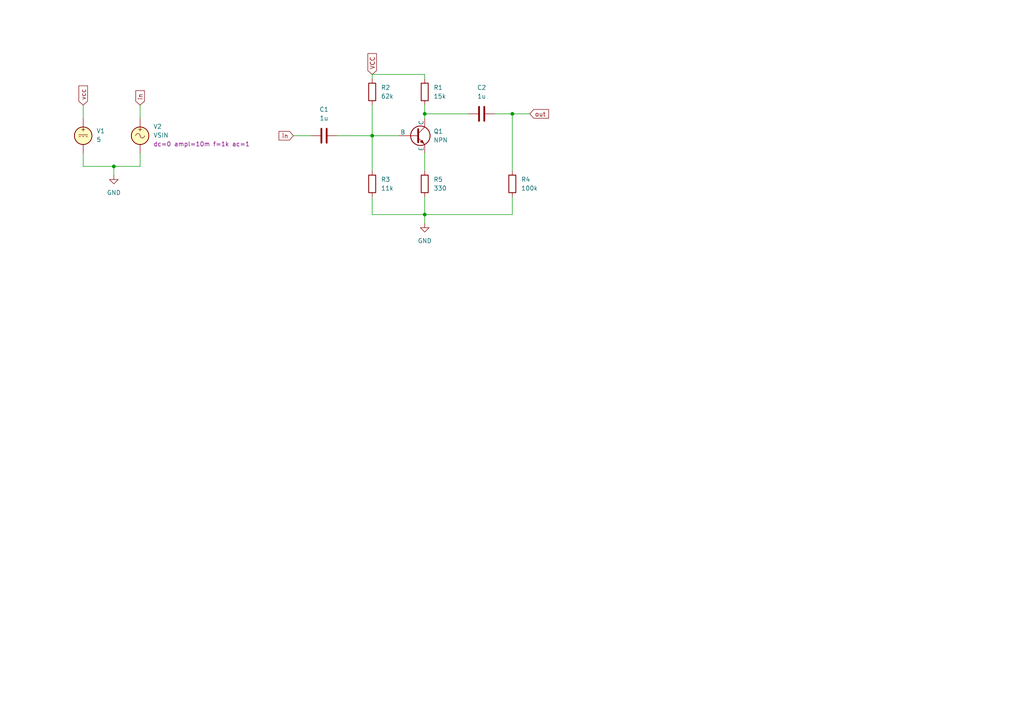
<source format=kicad_sch>
(kicad_sch (version 20231120) (generator "eeschema") (generator_version "8.0")
  (paper "A4")
  (lib_symbols
    (symbol "Device:C" (pin_numbers hide) (pin_names (offset 0.254))
      (property "Reference" "C" (at 0.635 2.54 0))
      (property "Value" "C" (at 0.635 -2.54 0))
      (symbol "C_0_1"
        (polyline (pts (xy -2.032 -0.762) (xy 2.032 -0.762)) (stroke (width 0.508)))
        (polyline (pts (xy -2.032 0.762) (xy 2.032 0.762)) (stroke (width 0.508)))
      )
      (symbol "C_1_1"
        (pin passive line (at 0 3.81 270) (length 2.794) (name "~") (number "1"))
        (pin passive line (at 0 -3.81 90) (length 2.794) (name "~") (number "2"))
      )
    )
    (symbol "Device:R" (pin_numbers hide) (pin_names (offset 0))
      (property "Reference" "R" (at 2.032 0 90))
      (property "Value" "R" (at 0 0 90))
      (symbol "R_0_1"
        (rectangle (start -1.016 -2.54) (end 1.016 2.54) (stroke (width 0.254)))
      )
      (symbol "R_1_1"
        (pin passive line (at 0 3.81 270) (length 1.27) (name "~") (number "1"))
        (pin passive line (at 0 -3.81 90) (length 1.27) (name "~") (number "2"))
      )
    )
    (symbol "Simulation_SPICE:NPN" (pin_numbers hide) (pin_names (offset 0))
      (property "Reference" "Q" (at -2.54 7.62 0))
      (property "Value" "NPN" (at -2.54 5.08 0))
      (symbol "NPN_0_1"
        (polyline (pts (xy -2.54 0) (xy 0.635 0)) (stroke (width 0.1524)))
        (polyline (pts (xy 0.635 0.635) (xy 2.54 2.54)))
        (polyline (pts (xy 2.794 -1.27) (xy 2.794 -1.27)) (stroke (width 0.1524)))
        (polyline (pts (xy 2.794 -1.27) (xy 2.794 -1.27)) (stroke (width 0.1524)))
        (polyline (pts (xy 0.635 -0.635) (xy 2.54 -2.54) (xy 2.54 -2.54)))
        (polyline (pts (xy 0.635 1.905) (xy 0.635 -1.905) (xy 0.635 -1.905)) (stroke (width 0.508)))
        (polyline (pts (xy 1.27 -1.778) (xy 1.778 -1.27) (xy 2.286 -2.286) (xy 1.27 -1.778) (xy 1.27 -1.778)) (fill (type outline)))
        (circle (center 1.27 0) (radius 2.8194) (stroke (width 0.254)))
      )
      (symbol "NPN_1_1"
        (pin open_collector line (at 2.54 5.08 270) (length 2.54) (name "C") (number "1"))
        (pin input line (at -5.08 0 0) (length 2.54) (name "B") (number "2"))
        (pin open_emitter line (at 2.54 -5.08 90) (length 2.54) (name "E") (number "3"))
      )
    )
    (symbol "Simulation_SPICE:VDC" (pin_numbers hide) (pin_names (offset 0.0254))
      (property "Reference" "V" (at 2.54 2.54 0))
      (property "Value" "1" (at 2.54 0 0))
      (symbol "VDC_0_0"
        (polyline (pts (xy -1.27 0.254) (xy 1.27 0.254)))
        (polyline (pts (xy -0.762 -0.254) (xy -1.27 -0.254)))
        (polyline (pts (xy 0.254 -0.254) (xy -0.254 -0.254)))
        (polyline (pts (xy 1.27 -0.254) (xy 0.762 -0.254)))
        (text "+" (at 0 1.905 0) (effects (font (size 1.27 1.27))))
      )
      (symbol "VDC_0_1"
        (circle (center 0 0) (radius 2.54) (stroke (width 0.254)) (fill (type background)))
      )
      (symbol "VDC_1_1"
        (pin passive line (at 0 5.08 270) (length 2.54) (name "~") (number "1"))
        (pin passive line (at 0 -5.08 90) (length 2.54) (name "~") (number "2"))
      )
    )
    (symbol "Simulation_SPICE:VSIN" (pin_numbers hide) (pin_names (offset 0.0254))
      (property "Reference" "V" (at 2.54 2.54 0))
      (property "Value" "VSIN" (at 2.54 0 0))
      (property "Sim.Params" "dc=0 ampl=1 f=1k ac=1" (at 2.54 -2.54 0))
      (symbol "VSIN_0_0"
        (arc (start 0 0) (mid -0.635 0.6323) (end -1.27 0))
        (arc (start 0 0) (mid 0.635 -0.6323) (end 1.27 0))
        (text "+" (at 0 1.905 0) (effects (font (size 1.27 1.27))))
      )
      (symbol "VSIN_0_1"
        (circle (center 0 0) (radius 2.54) (stroke (width 0.254)) (fill (type background)))
      )
      (symbol "VSIN_1_1"
        (pin passive line (at 0 5.08 270) (length 2.54) (name "~") (number "1"))
        (pin passive line (at 0 -5.08 90) (length 2.54) (name "~") (number "2"))
      )
    )
    (symbol "power:GND" (power) (pin_names (offset 0))
      (property "Value" "GND" (at 0 -3.81 0))
      (symbol "GND_0_1"
        (polyline (pts (xy 0 0) (xy 0 -1.27) (xy 1.27 -1.27) (xy 0 -2.54) (xy -1.27 -1.27) (xy 0 -1.27)))
      )
      (symbol "GND_1_1"
        (pin power_in line (at 0 0 270) (length 0) hide (name "GND") (number "1"))
      )
    )
  )
  (junction (at 123.19 62.23))
  (junction (at 148.59 33.02))
  (junction (at 33.02 48.26))
  (junction (at 107.95 39.37))
  (junction (at 123.19 33.02))
  (wire (pts (xy 107.95 39.37) (xy 115.57 39.37)))
  (wire (pts (xy 123.19 21.59) (xy 123.19 22.86)))
  (wire (pts (xy 24.13 48.26) (xy 33.02 48.26)))
  (wire (pts (xy 33.02 48.26) (xy 33.02 50.8)))
  (wire (pts (xy 97.79 39.37) (xy 107.95 39.37)))
  (wire (pts (xy 24.13 30.48) (xy 24.13 34.29)))
  (wire (pts (xy 148.59 33.02) (xy 153.67 33.02)))
  (wire (pts (xy 123.19 64.77) (xy 123.19 62.23)))
  (wire (pts (xy 40.64 48.26) (xy 40.64 44.45)))
  (wire (pts (xy 107.95 57.15) (xy 107.95 62.23)))
  (wire (pts (xy 123.19 33.02) (xy 135.89 33.02)))
  (wire (pts (xy 143.51 33.02) (xy 148.59 33.02)))
  (wire (pts (xy 107.95 21.59) (xy 123.19 21.59)))
  (wire (pts (xy 85.09 39.37) (xy 90.17 39.37)))
  (wire (pts (xy 24.13 44.45) (xy 24.13 48.26)))
  (wire (pts (xy 123.19 57.15) (xy 123.19 62.23)))
  (wire (pts (xy 123.19 30.48) (xy 123.19 33.02)))
  (wire (pts (xy 107.95 62.23) (xy 123.19 62.23)))
  (wire (pts (xy 123.19 33.02) (xy 123.19 34.29)))
  (wire (pts (xy 107.95 30.48) (xy 107.95 39.37)))
  (wire (pts (xy 33.02 48.26) (xy 40.64 48.26)))
  (wire (pts (xy 107.95 21.59) (xy 107.95 22.86)))
  (wire (pts (xy 40.64 30.48) (xy 40.64 34.29)))
  (wire (pts (xy 107.95 39.37) (xy 107.95 49.53)))
  (wire (pts (xy 148.59 62.23) (xy 148.59 57.15)))
  (wire (pts (xy 123.19 62.23) (xy 148.59 62.23)))
  (wire (pts (xy 123.19 44.45) (xy 123.19 49.53)))
  (wire (pts (xy 148.59 33.02) (xy 148.59 49.53)))
  (global_label "vcc" (shape input) (at 24.13 30.48 90) (property "Intersheetrefs" "${INTERSHEET_REFS}" (effects (hide yes))))
  (global_label "out" (shape input) (at 153.67 33.02 0) (property "Intersheetrefs" "${INTERSHEET_REFS}" (effects (hide yes))))
  (global_label "VCC" (shape input) (at 107.95 21.59 90) (property "Intersheetrefs" "${INTERSHEET_REFS}" (effects (hide yes))))
  (global_label "in" (shape input) (at 40.64 30.48 90) (property "Intersheetrefs" "${INTERSHEET_REFS}" (effects (hide yes))))
  (global_label "in" (shape input) (at 85.09 39.37 180) (property "Intersheetrefs" "${INTERSHEET_REFS}" (effects (hide yes))))
  (symbol (lib_id "Device:C") (at 139.7 33.02 90) (unit 1)
    (property "Reference" "C2" (at 139.7 25.4 90))
    (property "Value" "1u" (at 139.7 27.94 90))
    (property "Description" "Unpolarized capacitor" (effects (hide yes)))
  )
  (symbol (lib_id "Simulation_SPICE:NPN") (at 120.65 39.37 0) (unit 1)
    (property "Reference" "Q1" (at 125.73 38.0999 0) (effects (justify left)))
    (property "Value" "NPN" (at 125.73 40.6399 0) (effects (justify left)))
    (property "Datasheet" "https://ngspice.sourceforge.io/docs/ngspice-html-manual/manual.xhtml#cha_BJTs" (effects (hide yes)))
    (property "Description" "Bipolar transistor symbol for simulation only, substrate tied to the emitter" (effects (hide yes)))
    (property "Sim.Device" "NPN" (effects (hide yes)))
    (property "Sim.Type" "GUMMELPOON" (effects (hide yes)))
    (property "Sim.Pins" "1=C 2=B 3=E" (effects (hide yes)))
  )
  (symbol (lib_id "Device:R") (at 123.19 26.67 0) (unit 1)
    (property "Reference" "R1" (at 125.73 25.3999 0) (effects (justify left)))
    (property "Value" "15k" (at 125.73 27.9399 0) (effects (justify left)))
    (property "Description" "Resistor" (effects (hide yes)))
  )
  (symbol (lib_id "Device:R") (at 107.95 53.34 0) (unit 1)
    (property "Reference" "R3" (at 110.49 52.0699 0) (effects (justify left)))
    (property "Value" "11k" (at 110.49 54.6099 0) (effects (justify left)))
    (property "Description" "Resistor" (effects (hide yes)))
  )
  (symbol (lib_id "Simulation_SPICE:VDC") (at 24.13 39.37 0) (unit 1)
    (property "Reference" "V1" (at 27.94 37.9701 0) (effects (justify left)))
    (property "Value" "5" (at 27.94 40.5101 0) (effects (justify left)))
    (property "Datasheet" "https://ngspice.sourceforge.io/docs/ngspice-html-manual/manual.xhtml#sec_Independent_Sources_for" (effects (hide yes)))
    (property "Description" "Voltage source, DC" (effects (hide yes)))
    (property "Sim.Pins" "1=+ 2=-" (effects (hide yes)))
    (property "Sim.Type" "DC" (effects (hide yes)))
    (property "Sim.Device" "V" (effects (hide yes)))
  )
  (symbol (lib_id "power:GND") (at 33.02 50.8 0) (unit 1)
    (property "Reference" "#PWR01" (effects (hide yes)))
    (property "Value" "GND" (at 33.02 55.88 0))
    (property "Description" "Power symbol creates a global label with name \"GND\" , ground" (effects (hide yes)))
  )
  (symbol (lib_id "Device:R") (at 123.19 53.34 0) (unit 1)
    (property "Reference" "R5" (at 125.73 52.0699 0) (effects (justify left)))
    (property "Value" "330" (at 125.73 54.6099 0) (effects (justify left)))
    (property "Description" "Resistor" (effects (hide yes)))
  )
  (symbol (lib_id "Simulation_SPICE:VSIN") (at 40.64 39.37 0) (unit 1)
    (property "Reference" "V2" (at 44.45 36.7001 0) (effects (justify left)))
    (property "Value" "VSIN" (at 44.45 39.2401 0) (effects (justify left)))
    (property "Datasheet" "https://ngspice.sourceforge.io/docs/ngspice-html-manual/manual.xhtml#sec_Independent_Sources_for" (effects (hide yes)))
    (property "Description" "Voltage source, sinusoidal" (effects (hide yes)))
    (property "Sim.Pins" "1=+ 2=-" (effects (hide yes)))
    (property "Sim.Params" "dc=0 ampl=10m f=1k ac=1" (at 44.45 41.7801 0) (effects (justify left)))
    (property "Sim.Type" "SIN" (effects (hide yes)))
    (property "Sim.Device" "V" (effects (hide yes)))
  )
  (symbol (lib_id "Device:R") (at 107.95 26.67 0) (unit 1)
    (property "Reference" "R2" (at 110.49 25.3999 0) (effects (justify left)))
    (property "Value" "62k" (at 110.49 27.9399 0) (effects (justify left)))
    (property "Description" "Resistor" (effects (hide yes)))
  )
  (symbol (lib_id "Device:C") (at 93.98 39.37 90) (unit 1)
    (property "Reference" "C1" (at 93.98 31.75 90))
    (property "Value" "1u" (at 93.98 34.29 90))
    (property "Description" "Unpolarized capacitor" (effects (hide yes)))
  )
  (symbol (lib_id "Device:R") (at 148.59 53.34 0) (unit 1)
    (property "Reference" "R4" (at 151.13 52.0699 0) (effects (justify left)))
    (property "Value" "100k" (at 151.13 54.6099 0) (effects (justify left)))
    (property "Description" "Resistor" (effects (hide yes)))
  )
  (symbol (lib_id "power:GND") (at 123.19 64.77 0) (unit 1)
    (property "Reference" "#PWR02" (effects (hide yes)))
    (property "Value" "GND" (at 123.19 69.85 0))
    (property "Description" "Power symbol creates a global label with name \"GND\" , ground" (effects (hide yes)))
  )
)
</source>
